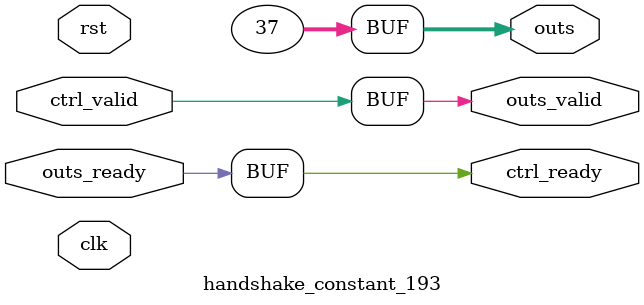
<source format=v>
`timescale 1ns / 1ps
module handshake_constant_193 #(
  parameter DATA_WIDTH = 32  // Default set to 32 bits
) (
  input                       clk,
  input                       rst,
  // Input Channel
  input                       ctrl_valid,
  output                      ctrl_ready,
  // Output Channel
  output [DATA_WIDTH - 1 : 0] outs,
  output                      outs_valid,
  input                       outs_ready
);
  assign outs       = 7'b0100101;
  assign outs_valid = ctrl_valid;
  assign ctrl_ready = outs_ready;

endmodule

</source>
